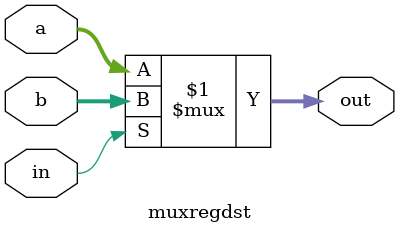
<source format=v>
`timescale 1ns / 1ps
module muxregdst(

input[4:0] a, b,
input in,
output[4:0] out
    );

assign out = in? b: a;

endmodule

</source>
